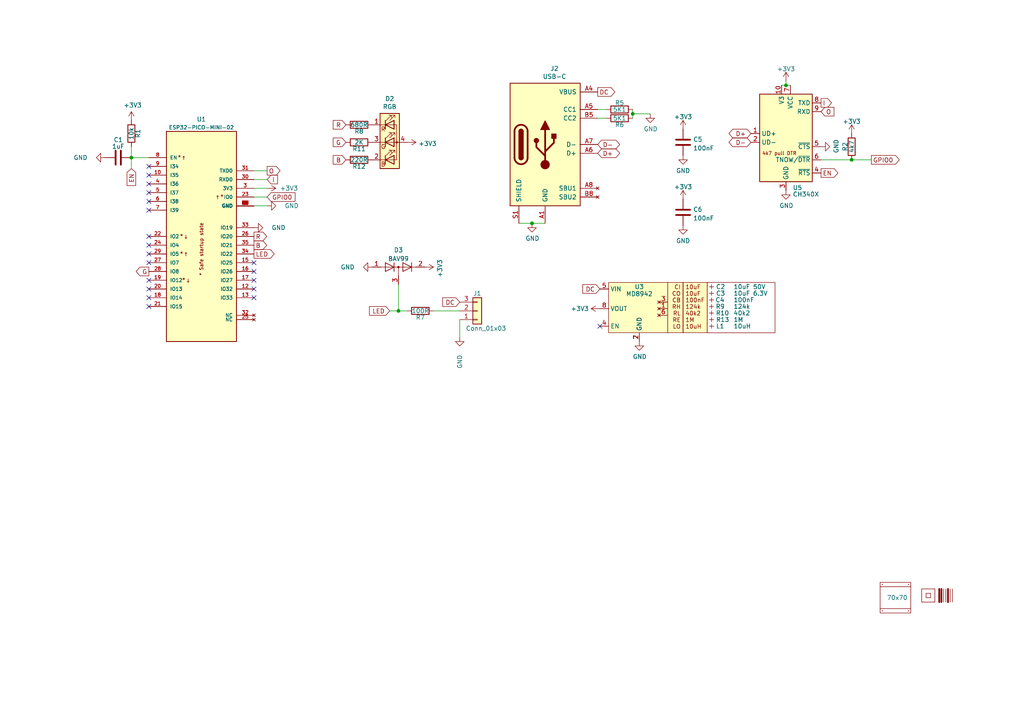
<source format=kicad_sch>
(kicad_sch (version 20230121) (generator eeschema)
  (paper "A4")
  (title_block (title "LED driver") (date "${CURRENT_DATE}") (rev "1") (comment 1 "@TheRealRevK") (comment 2 "www.me.uk"))
  (lib_symbols
    (symbol "Connector_Generic:Conn_01x03" (pin_names (offset 1.016) hide)
      (property "Reference" "J" (at 0 5.08 0))
      (property "Value" "Conn_01x03" (at 0 -5.08 0))
      (symbol "Conn_01x03_1_1"
        (rectangle (start -1.27 -2.413) (end 0 -2.667) (stroke (width 0.1524)))
        (rectangle (start -1.27 0.127) (end 0 -0.127) (stroke (width 0.1524)))
        (rectangle (start -1.27 2.667) (end 0 2.413) (stroke (width 0.1524)))
        (rectangle (start -1.27 3.81) (end 1.27 -3.81) (stroke (width 0.254)) (fill (type background)))
        (pin passive line (at -5.08 2.54 0) (length 3.81) (name "Pin_1") (number "1"))
        (pin passive line (at -5.08 0 0) (length 3.81) (name "Pin_2") (number "2"))
        (pin passive line (at -5.08 -2.54 0) (length 3.81) (name "Pin_3") (number "3"))
      )
    )
    (symbol "Device:C" (pin_numbers hide) (pin_names (offset 0.254))
      (property "Reference" "C" (at 0.635 2.54 0))
      (property "Value" "C" (at 0.635 -2.54 0))
      (symbol "C_0_1"
        (polyline (pts (xy -2.032 -0.762) (xy 2.032 -0.762)) (stroke (width 0.508)))
        (polyline (pts (xy -2.032 0.762) (xy 2.032 0.762)) (stroke (width 0.508)))
      )
      (symbol "C_1_1"
        (pin passive line (at 0 3.81 270) (length 2.794) (name "~") (number "1"))
        (pin passive line (at 0 -3.81 90) (length 2.794) (name "~") (number "2"))
      )
    )
    (symbol "Device:LED_RBGA" (pin_names (offset 0) hide)
      (property "Reference" "D" (at 0 9.398 0))
      (property "Value" "LED_RBGA" (at 0 -8.89 0))
      (symbol "LED_RBGA_0_0"
        (text "B" (at -1.905 -6.35 0) (effects (font (size 1.27 1.27))))
        (text "G" (at -1.905 -1.27 0) (effects (font (size 1.27 1.27))))
        (text "R" (at -1.905 3.81 0) (effects (font (size 1.27 1.27))))
      )
      (symbol "LED_RBGA_0_1"
        (polyline (pts (xy -1.27 -5.08) (xy -2.54 -5.08)))
        (polyline (pts (xy -1.27 -5.08) (xy 1.27 -5.08)))
        (polyline (pts (xy -1.27 -3.81) (xy -1.27 -6.35)) (stroke (width 0.254)))
        (polyline (pts (xy -1.27 0) (xy -2.54 0)))
        (polyline (pts (xy -1.27 1.27) (xy -1.27 -1.27)) (stroke (width 0.254)))
        (polyline (pts (xy -1.27 5.08) (xy -2.54 5.08)))
        (polyline (pts (xy -1.27 5.08) (xy 1.27 5.08)))
        (polyline (pts (xy -1.27 6.35) (xy -1.27 3.81)) (stroke (width 0.254)))
        (polyline (pts (xy 1.27 0) (xy -1.27 0)))
        (polyline (pts (xy 1.27 0) (xy 2.54 0)))
        (polyline (pts (xy -1.27 1.27) (xy -1.27 -1.27) (xy -1.27 -1.27)))
        (polyline (pts (xy -1.27 6.35) (xy -1.27 3.81) (xy -1.27 3.81)))
        (polyline (pts (xy 1.27 -5.08) (xy 2.032 -5.08) (xy 2.032 5.08) (xy 1.27 5.08)))
        (polyline (pts (xy 1.27 -3.81) (xy 1.27 -6.35) (xy -1.27 -5.08) (xy 1.27 -3.81)) (stroke (width 0.254)))
        (polyline (pts (xy 1.27 1.27) (xy 1.27 -1.27) (xy -1.27 0) (xy 1.27 1.27)) (stroke (width 0.254)))
        (polyline (pts (xy 1.27 6.35) (xy 1.27 3.81) (xy -1.27 5.08) (xy 1.27 6.35)) (stroke (width 0.254)))
        (polyline (pts (xy -1.016 -3.81) (xy 0.508 -2.286) (xy -0.254 -2.286) (xy 0.508 -2.286) (xy 0.508 -3.048)))
        (polyline (pts (xy -1.016 1.27) (xy 0.508 2.794) (xy -0.254 2.794) (xy 0.508 2.794) (xy 0.508 2.032)))
        (polyline (pts (xy -1.016 6.35) (xy 0.508 7.874) (xy -0.254 7.874) (xy 0.508 7.874) (xy 0.508 7.112)))
        (polyline (pts (xy 0 -3.81) (xy 1.524 -2.286) (xy 0.762 -2.286) (xy 1.524 -2.286) (xy 1.524 -3.048)))
        (polyline (pts (xy 0 1.27) (xy 1.524 2.794) (xy 0.762 2.794) (xy 1.524 2.794) (xy 1.524 2.032)))
        (polyline (pts (xy 0 6.35) (xy 1.524 7.874) (xy 0.762 7.874) (xy 1.524 7.874) (xy 1.524 7.112)))
        (rectangle (start 1.27 -1.27) (end 1.27 1.27))
        (rectangle (start 1.27 1.27) (end 1.27 1.27))
        (rectangle (start 1.27 3.81) (end 1.27 6.35))
        (rectangle (start 1.27 6.35) (end 1.27 6.35))
        (circle (center 2.032 0) (radius 0.254) (fill (type outline)))
        (rectangle (start 2.794 8.382) (end -2.794 -7.62) (stroke (width 0.254)) (fill (type background)))
      )
      (symbol "LED_RBGA_1_1"
        (pin passive line (at -5.08 5.08 0) (length 2.54) (name "RK") (number "1"))
        (pin passive line (at -5.08 -5.08 0) (length 2.54) (name "BK") (number "2"))
        (pin passive line (at -5.08 0 0) (length 2.54) (name "GK") (number "3"))
        (pin passive line (at 5.08 0 180) (length 2.54) (name "A") (number "4"))
      )
    )
    (symbol "Device:R" (pin_numbers hide) (pin_names (offset 0))
      (property "Reference" "R" (at 2.032 0 90))
      (property "Value" "R" (at 0 0 90))
      (symbol "R_0_1"
        (rectangle (start -1.016 -2.54) (end 1.016 2.54) (stroke (width 0.254)))
      )
      (symbol "R_1_1"
        (pin passive line (at 0 3.81 270) (length 1.27) (name "~") (number "1"))
        (pin passive line (at 0 -3.81 90) (length 1.27) (name "~") (number "2"))
      )
    )
    (symbol "Diode:BAV99" (pin_names hide)
      (property "Reference" "D" (at 0 5.08 0))
      (property "Value" "BAV99" (at 0 2.54 0))
      (symbol "BAV99_0_1"
        (polyline (pts (xy -5.08 0) (xy 5.08 0)))
      )
      (symbol "BAV99_1_1"
        (polyline (pts (xy 0 0) (xy 0 -2.54)))
        (polyline (pts (xy -1.27 -1.27) (xy -1.27 1.27) (xy -1.27 1.27)) (stroke (width 0.2032)))
        (polyline (pts (xy 3.81 1.27) (xy 3.81 -1.27) (xy 3.81 -1.27)) (stroke (width 0.2032)))
        (polyline (pts (xy -3.81 1.27) (xy -1.27 0) (xy -3.81 -1.27) (xy -3.81 1.27) (xy -3.81 1.27) (xy -3.81 1.27)) (stroke (width 0.2032)))
        (polyline (pts (xy 1.27 1.27) (xy 3.81 0) (xy 1.27 -1.27) (xy 1.27 1.27) (xy 1.27 1.27) (xy 1.27 1.27)) (stroke (width 0.2032)))
        (circle (center 0 0) (radius 0.254) (fill (type outline)))
        (pin passive line (at -7.62 0 0) (length 2.54) (name "K") (number "1"))
        (pin passive line (at 7.62 0 180) (length 2.54) (name "A") (number "2"))
        (pin passive line (at 0 -5.08 90) (length 2.54) (name "K") (number "3"))
      )
    )
    (symbol "RevK:Barcode" (pin_names (offset 1.016)) (in_bom no)
      (symbol "Barcode_0_1"
        (polyline (pts (xy -0.635 1.905) (xy -0.635 -1.905)))
        (polyline (pts (xy 0 1.905) (xy 0 -1.905)))
        (polyline (pts (xy 1.27 1.905) (xy 1.27 -1.905)))
        (polyline (pts (xy 1.905 1.905) (xy 1.905 -1.905)))
      )
      (symbol "Barcode_1_1"
        (polyline (pts (xy -1.905 1.905) (xy -1.905 -1.905)) (stroke (width 0.5)))
        (polyline (pts (xy -1.27 1.905) (xy -1.27 -1.905)) (stroke (width 0.5)))
        (polyline (pts (xy 0.635 1.905) (xy 0.635 -1.905)) (stroke (width 0.5)))
      )
    )
    (symbol "RevK:CH340X"
      (property "Reference" "U" (at -5.08 13.97 0))
      (property "Value" "CH340X" (at -3.81 4.445 0))
      (symbol "CH340X_0_1"
        (rectangle (start -7.62 12.7) (end 7.62 -12.7) (stroke (width 0.254)) (fill (type background)))
      )
      (symbol "CH340X_1_1"
        (text "4k7 pull DTR" (at -1.905 -4.445 0) (effects (font (size 1 1))))
        (pin bidirectional line (at -10.16 1.27 0) (length 2.54) (name "UD+") (number "1"))
        (pin passive line (at -1.27 15.24 270) (length 2.54) (name "V3") (number "10"))
        (pin bidirectional line (at -10.16 -1.27 0) (length 2.54) (name "UD-") (number "2"))
        (pin power_in line (at 0 -15.24 90) (length 2.54) (name "GND") (number "3"))
        (pin output line (at 10.16 -10.16 180) (length 2.54) (name "~{RTS}") (number "4"))
        (pin input line (at 10.16 -2.54 180) (length 2.54) (name "~{CTS}") (number "5"))
        (pin output line (at 10.16 -6.35 180) (length 2.54) (name "TNOW/~{DTR}") (number "6"))
        (pin power_in line (at 1.27 15.24 270) (length 2.54) (name "VCC") (number "7"))
        (pin output line (at 10.16 10.16 180) (length 2.54) (name "TXD") (number "8"))
        (pin input line (at 10.16 7.62 180) (length 2.54) (name "RXD") (number "9"))
      )
    )
    (symbol "RevK:ESP32-PICO-MINI-02" (pin_names (offset 1.016))
      (property "Reference" "U" (at -10.16 -33.02 0))
      (property "Value" "ESP32-PICO-MINI-02" (at 0 27.94 0))
      (property "LCSC Part #" "C2980306" (at 0 0 0))
      (symbol "ESP32-PICO-MINI-02_0_0"
        (rectangle (start -10.16 -30.48) (end 10.16 30.48) (stroke (width 0.254)) (fill (type background)))
        (text "* Safe startup state" (at 0 -11.43 900) (effects (font (size 1 1)) (justify left)))
        (text "*↑" (at -6.985 22.86 0) (effects (font (size 1.27 1.27)) (justify left)))
        (text "*↑" (at -6.35 -5.08 0) (effects (font (size 1.27 1.27)) (justify left)))
        (text "*↓" (at -6.35 0 0) (effects (font (size 1.27 1.27)) (justify left)))
        (text "*↓" (at -5.715 -12.7 0) (effects (font (size 1.27 1.27)) (justify left)))
        (text "↑*" (at 3.81 11.43 0) (effects (font (size 1.27 1.27)) (justify left)))
        (pin power_in line (at 15.24 8.89 180) (length 5.08) (name "GND") (number "1"))
        (pin input line (at -15.24 17.78 0) (length 5.08) (name "I35") (number "10"))
        (pin power_in line (at 15.24 8.89 180) (length 5.08) (name "GND") (number "11"))
        (pin bidirectional line (at 15.24 -15.24 180) (length 5.08) (name "IO32") (number "12"))
        (pin bidirectional line (at 15.24 -17.78 180) (length 5.08) (name "IO33") (number "13"))
        (pin power_in line (at 15.24 8.89 180) (length 5.08) (name "GND") (number "14"))
        (pin bidirectional line (at 15.24 -7.62 180) (length 5.08) (name "IO25") (number "15"))
        (pin bidirectional line (at 15.24 -10.16 180) (length 5.08) (name "IO26") (number "16"))
        (pin bidirectional line (at 15.24 -12.7 180) (length 5.08) (name "IO27") (number "17"))
        (pin bidirectional line (at -15.24 -17.78 0) (length 5.08) (name "IO14") (number "18"))
        (pin bidirectional line (at -15.24 -12.7 0) (length 5.08) (name "IO12") (number "19"))
        (pin power_in line (at 15.24 8.89 180) (length 5.08) (name "GND") (number "2"))
        (pin bidirectional line (at -15.24 -15.24 0) (length 5.08) (name "IO13") (number "20"))
        (pin bidirectional line (at -15.24 -20.32 0) (length 5.08) (name "IO15") (number "21"))
        (pin bidirectional line (at -15.24 0 0) (length 5.08) (name "IO2") (number "22"))
        (pin bidirectional line (at 15.24 11.43 180) (length 5.08) (name "IO0") (number "23"))
        (pin bidirectional line (at -15.24 -2.54 0) (length 5.08) (name "IO4") (number "24"))
        (pin no_connect line (at 15.24 -24.13 180) (length 5.08) (name "NC") (number "25"))
        (pin bidirectional line (at 15.24 0 180) (length 5.08) (name "IO20") (number "26"))
        (pin bidirectional line (at -15.24 -7.62 0) (length 5.08) (name "IO7") (number "27"))
        (pin bidirectional line (at -15.24 -10.16 0) (length 5.08) (name "IO8") (number "28"))
        (pin bidirectional line (at -15.24 -5.08 0) (length 5.08) (name "IO5") (number "29"))
        (pin power_in line (at 15.24 13.97 180) (length 5.08) (name "3V3") (number "3"))
        (pin bidirectional line (at 15.24 16.51 180) (length 5.08) (name "RXD0") (number "30"))
        (pin bidirectional line (at 15.24 19.05 180) (length 5.08) (name "TXD0") (number "31"))
        (pin no_connect line (at 15.24 -22.86 180) (length 5.08) (name "NC") (number "32"))
        (pin bidirectional line (at 15.24 2.54 180) (length 5.08) (name "IO19") (number "33"))
        (pin bidirectional line (at 15.24 -5.08 180) (length 5.08) (name "IO22") (number "34"))
        (pin bidirectional line (at 15.24 -2.54 180) (length 5.08) (name "IO21") (number "35"))
        (pin power_in line (at 15.24 8.89 180) (length 5.08) (name "GND") (number "36"))
        (pin power_in line (at 15.24 8.89 180) (length 5.08) (name "GND") (number "37"))
        (pin power_in line (at 15.24 8.89 180) (length 5.08) (name "GND") (number "38"))
        (pin power_in line (at 15.24 8.89 180) (length 5.08) (name "GND") (number "39"))
        (pin input line (at -15.24 15.24 0) (length 5.08) (name "I36") (number "4"))
        (pin power_in line (at 15.24 8.89 180) (length 5.08) (name "GND") (number "40"))
        (pin power_in line (at 15.24 8.89 180) (length 5.08) (name "GND") (number "41"))
        (pin power_in line (at 15.24 8.89 180) (length 5.08) (name "GND") (number "42"))
        (pin power_in line (at 15.24 8.89 180) (length 5.08) (name "GND") (number "43"))
        (pin power_in line (at 15.24 8.89 180) (length 5.08) (name "GND") (number "44"))
        (pin power_in line (at 15.24 8.89 180) (length 5.08) (name "GND") (number "45"))
        (pin power_in line (at 15.24 8.89 180) (length 5.08) (name "GND") (number "46"))
        (pin power_in line (at 15.24 8.89 180) (length 5.08) (name "GND") (number "47"))
        (pin power_in line (at 15.24 8.89 180) (length 5.08) (name "GND") (number "48"))
        (pin power_in line (at 15.24 8.89 180) (length 5.08) (name "GND") (number "49"))
        (pin input line (at -15.24 12.7 0) (length 5.08) (name "I37") (number "5"))
        (pin power_in line (at 15.24 8.89 180) (length 5.08) (name "GND") (number "50"))
        (pin power_in line (at 15.24 8.89 180) (length 5.08) (name "GND") (number "51"))
        (pin power_in line (at 15.24 8.89 180) (length 5.08) (name "GND") (number "52"))
        (pin power_in line (at 15.24 8.89 180) (length 5.08) (name "GND") (number "53"))
        (pin input line (at -15.24 10.16 0) (length 5.08) (name "I38") (number "6"))
        (pin input line (at -15.24 7.62 0) (length 5.08) (name "I39") (number "7"))
        (pin input line (at -15.24 22.86 0) (length 5.08) (name "EN") (number "8"))
        (pin input line (at -15.24 20.32 0) (length 5.08) (name "I34") (number "9"))
      )
    )
    (symbol "RevK:Hidden" (pin_names (offset 1.016))
      (property "Reference" "Z" (at 0.635 0 0))
      (property "Value" "Hidden" (at 4.445 0 0))
      (symbol "Hidden_0_1"
        (polyline (pts (xy -0.635 0) (xy 0.635 0)) (stroke (width 0.1524)))
        (polyline (pts (xy 0 0.635) (xy 0 -0.635)) (stroke (width 0.1524)))
      )
      (symbol "Hidden_1_1"
        (pin no_connect non_logic (at 0 -2.54 90) (length 2.54) hide (name "~") (number "~"))
      )
    )
    (symbol "RevK:MD89420-RegBlock"
      (property "Reference" "U" (at -0.635 4.445 0))
      (property "Value" "MD8942" (at 0 6.35 0))
      (symbol "MD89420-RegBlock_1_1"
        (rectangle (start -8.89 7.62) (end 8.255 -6.985) (fill (type background)))
        (rectangle (start 8.255 7.62) (end 12.7 -6.985) (fill (type background)))
        (rectangle (start 12.7 7.62) (end 19.685 -6.985) (fill (type background)))
        (rectangle (start 19.685 7.62) (end 39.37 -6.985))
        (text "10uF\n10uF\n100nF\n124k\n40k2\n1M\n10uH" (at 13.335 6.985 0) (effects (font (size 1.185 1.185)) (justify left top)))
        (text "CI\nCO\nCB\nRH\nRL\nRE\nLO" (at 12.065 6.985 0) (effects (font (size 1.185 1.185)) (justify right top)))
        (pin no_connect line (at 5.715 0 0) (length 2.54) (name "") (number "1"))
        (pin power_in line (at 0 -9.525 90) (length 2.54) (name "GND") (number "2"))
        (pin no_connect line (at 5.715 1.905 0) (length 2.54) (name "") (number "3"))
        (pin input line (at -11.43 -5.08 0) (length 2.54) (name "EN") (number "4"))
        (pin power_in line (at -11.43 5.715 0) (length 2.54) (name "VIN") (number "5"))
        (pin no_connect line (at 5.715 -1.905 0) (length 2.54) (name "") (number "6"))
        (pin power_in line (at 0 -9.525 90) (length 2.54) (name "GND") (number "7"))
        (pin power_out line (at -11.43 0 0) (length 2.54) (name "VOUT") (number "8"))
      )
    )
    (symbol "RevK:PCB" (in_bom no)
      (property "Value" "70x70" (at 0 0 0))
      (symbol "PCB_0_1"
        (rectangle (start -4.445 4.445) (end 4.445 -4.445))
        (circle (center -3.81 -3.81) (radius 0.0001))
        (circle (center -3.81 3.81) (radius 0.0001))
        (polyline (pts (xy -4.445 -3.175) (xy 4.445 -3.175)))
        (polyline (pts (xy -4.445 3.175) (xy 4.445 3.175)))
        (circle (center 3.81 -3.81) (radius 0.0001))
        (circle (center 3.81 3.81) (radius 0.0001))
      )
    )
    (symbol "RevK:QR" (pin_names (offset 1.016)) (in_bom no)
      (symbol "QR_0_1"
        (rectangle (start -1.905 -1.905) (end -1.905 1.905))
        (rectangle (start -1.905 1.905) (end 1.905 1.905))
        (rectangle (start -0.635 -0.635) (end -0.635 0.635))
        (rectangle (start -0.635 0.635) (end 0.635 0.635))
        (rectangle (start 0.635 -0.635) (end -0.635 -0.635))
        (rectangle (start 0.635 0.635) (end 0.635 -0.635))
        (rectangle (start 1.905 -1.905) (end -1.905 -1.905))
        (rectangle (start 1.905 1.905) (end 1.905 -1.905))
      )
    )
    (symbol "RevK:USB-C" (pin_names (offset 1.016))
      (property "Reference" "J" (at -10.16 19.05 0))
      (property "Value" "USB-C" (at -7.62 15.24 0))
      (symbol "USB-C_0_1"
        (rectangle (start -10.16 17.78) (end 10.16 -17.78) (stroke (width 0.254)) (fill (type background)))
        (arc (start -8.89 -3.81) (mid -6.985 -5.7067) (end -5.08 -3.81) (stroke (width 0.508)))
        (arc (start -7.62 -3.81) (mid -6.985 -4.4423) (end -6.35 -3.81) (stroke (width 0.254)))
        (arc (start -7.62 -3.81) (mid -6.985 -4.4423) (end -6.35 -3.81) (stroke (width 0.254)) (fill (type outline)))
        (rectangle (start -7.62 -3.81) (end -6.35 3.81) (stroke (width 0.254)) (fill (type outline)))
        (arc (start -6.35 3.81) (mid -6.985 4.4423) (end -7.62 3.81) (stroke (width 0.254)))
        (arc (start -6.35 3.81) (mid -6.985 4.4423) (end -7.62 3.81) (stroke (width 0.254)) (fill (type outline)))
        (arc (start -5.08 3.81) (mid -6.985 5.7067) (end -8.89 3.81) (stroke (width 0.508)))
        (circle (center -2.54 1.143) (radius 0.635) (stroke (width 0.254)) (fill (type outline)))
        (circle (center 0 -5.842) (radius 1.27) (fill (type outline)))
        (polyline (pts (xy -8.89 -3.81) (xy -8.89 3.81)) (stroke (width 0.508)))
        (polyline (pts (xy -5.08 3.81) (xy -5.08 -3.81)) (stroke (width 0.508)))
        (polyline (pts (xy 0 -5.842) (xy 0 4.318)) (stroke (width 0.508)))
        (polyline (pts (xy 0 -3.302) (xy -2.54 -0.762) (xy -2.54 0.508)) (stroke (width 0.508)))
        (polyline (pts (xy 0 -2.032) (xy 2.54 0.508) (xy 2.54 1.778)) (stroke (width 0.508)))
        (polyline (pts (xy -1.27 4.318) (xy 0 6.858) (xy 1.27 4.318) (xy -1.27 4.318)) (stroke (width 0.254)) (fill (type outline)))
        (rectangle (start 1.905 1.778) (end 3.175 3.048) (stroke (width 0.254)) (fill (type outline)))
      )
      (symbol "USB-C_1_1"
        (pin power_out line (at 0 -22.86 90) (length 5.08) (name "GND") (number "A1"))
        (pin passive line (at 0 -22.86 90) (length 5.08) hide (name "GND") (number "A12"))
        (pin power_out line (at 15.24 15.24 180) (length 5.08) (name "VBUS") (number "A4"))
        (pin bidirectional line (at 15.24 10.16 180) (length 5.08) (name "CC1") (number "A5"))
        (pin bidirectional line (at 15.24 -2.54 180) (length 5.08) (name "D+") (number "A6"))
        (pin bidirectional line (at 15.24 0 180) (length 5.08) (name "D-") (number "A7"))
        (pin no_connect line (at 15.24 -12.7 180) (length 5.08) (name "SBU1") (number "A8"))
        (pin passive line (at 15.24 15.24 180) (length 5.08) hide (name "VBUS") (number "A9"))
        (pin passive line (at 0 -22.86 90) (length 5.08) hide (name "GND") (number "B1"))
        (pin passive line (at 0 -22.86 90) (length 5.08) hide (name "GND") (number "B12"))
        (pin passive line (at 15.24 15.24 180) (length 5.08) hide (name "VBUS") (number "B4"))
        (pin bidirectional line (at 15.24 7.62 180) (length 5.08) (name "CC2") (number "B5"))
        (pin bidirectional line (at 15.24 -2.54 180) (length 5.08) hide (name "D+") (number "B6"))
        (pin bidirectional line (at 15.24 0 180) (length 5.08) hide (name "D-") (number "B7"))
        (pin no_connect line (at 15.24 -15.24 180) (length 5.08) (name "SBU2") (number "B8"))
        (pin passive line (at 15.24 15.24 180) (length 5.08) hide (name "VBUS") (number "B9"))
        (pin passive line (at -7.62 -22.86 90) (length 5.08) (name "SHIELD") (number "S1"))
      )
    )
    (symbol "power:+3.3V" (power) (pin_names (offset 0))
      (property "Value" "+3.3V" (at 0 3.556 0))
      (symbol "+3.3V_0_1"
        (polyline (pts (xy -0.762 1.27) (xy 0 2.54)))
        (polyline (pts (xy 0 0) (xy 0 2.54)))
        (polyline (pts (xy 0 2.54) (xy 0.762 1.27)))
      )
      (symbol "+3.3V_1_1"
        (pin power_in line (at 0 0 90) (length 0) hide (name "+3V3") (number "1"))
      )
    )
    (symbol "power:GND" (power) (pin_names (offset 0))
      (property "Value" "GND" (at 0 -3.81 0))
      (symbol "GND_0_1"
        (polyline (pts (xy 0 0) (xy 0 -1.27) (xy 1.27 -1.27) (xy 0 -2.54) (xy -1.27 -1.27) (xy 0 -1.27)))
      )
      (symbol "GND_1_1"
        (pin power_in line (at 0 0 270) (length 0) hide (name "GND") (number "1"))
      )
    )
  )
  (junction (at 227.965 24.765))
  (junction (at 247.015 46.355))
  (junction (at 115.57 90.17))
  (junction (at 154.305 64.77))
  (junction (at 38.1 45.72))
  (junction (at 183.515 33.02))
  (no_connect (at 173.99 94.615))
  (no_connect (at 43.18 71.12))
  (no_connect (at 43.18 76.2))
  (no_connect (at 73.66 76.2))
  (no_connect (at 43.18 86.36))
  (no_connect (at 43.18 81.28))
  (no_connect (at 43.18 73.66))
  (no_connect (at 43.18 53.34))
  (no_connect (at 43.18 50.8))
  (no_connect (at 43.18 48.26))
  (no_connect (at 73.66 78.74))
  (no_connect (at 73.66 81.28))
  (no_connect (at 43.18 60.96))
  (no_connect (at 43.18 68.58))
  (no_connect (at 73.66 86.36))
  (no_connect (at 43.18 88.9))
  (no_connect (at 43.18 55.88))
  (no_connect (at 43.18 58.42))
  (no_connect (at 43.18 83.82))
  (no_connect (at 73.66 83.82))
  (wire (pts (xy 183.515 33.02) (xy 183.515 34.29)))
  (wire (pts (xy 73.66 52.07) (xy 77.47 52.07)))
  (wire (pts (xy 73.66 54.61) (xy 77.47 54.61)))
  (wire (pts (xy 115.57 90.17) (xy 118.11 90.17)))
  (wire (pts (xy 133.35 92.71) (xy 133.35 97.79)))
  (wire (pts (xy 125.73 90.17) (xy 133.35 90.17)))
  (wire (pts (xy 227.965 23.495) (xy 227.965 24.765)))
  (wire (pts (xy 113.03 90.17) (xy 115.57 90.17)))
  (wire (pts (xy 150.495 64.77) (xy 154.305 64.77)))
  (wire (pts (xy 38.1 42.545) (xy 38.1 45.72)))
  (wire (pts (xy 188.595 33.02) (xy 183.515 33.02)))
  (wire (pts (xy 73.66 49.53) (xy 77.47 49.53)))
  (wire (pts (xy 38.1 45.72) (xy 43.18 45.72)))
  (wire (pts (xy 73.66 57.15) (xy 77.47 57.15)))
  (wire (pts (xy 115.57 82.55) (xy 115.57 90.17)))
  (wire (pts (xy 73.66 59.69) (xy 77.47 59.69)))
  (wire (pts (xy 226.695 24.765) (xy 227.965 24.765)))
  (wire (pts (xy 183.515 31.75) (xy 183.515 33.02)))
  (wire (pts (xy 238.125 46.355) (xy 247.015 46.355)))
  (wire (pts (xy 173.355 31.75) (xy 175.895 31.75)))
  (wire (pts (xy 158.115 64.77) (xy 154.305 64.77)))
  (wire (pts (xy 38.1 48.895) (xy 38.1 45.72)))
  (wire (pts (xy 173.355 34.29) (xy 175.895 34.29)))
  (wire (pts (xy 227.965 24.765) (xy 229.235 24.765)))
  (wire (pts (xy 247.015 46.355) (xy 252.73 46.355)))
  (global_label "D-" (shape bidirectional) (at 217.805 41.275 180) (property "Intersheetrefs" "${INTERSHEET_REFS}" (effects hide)))
  (global_label "DC" (shape input) (at 173.99 83.82 180) (property "Intersheetrefs" "${INTERSHEET_REFS}" (effects hide)))
  (global_label "R" (shape input) (at 100.33 36.195 180) (property "Intersheetrefs" "${INTERSHEET_REFS}" (effects hide)))
  (global_label "D+" (shape bidirectional) (at 217.805 38.735 180) (property "Intersheetrefs" "${INTERSHEET_REFS}" (effects hide)))
  (global_label "B" (shape input) (at 100.33 46.355 180) (property "Intersheetrefs" "${INTERSHEET_REFS}" (effects hide)))
  (global_label "D-" (shape bidirectional) (at 173.355 41.91 0) (property "Intersheetrefs" "${INTERSHEET_REFS}" (effects hide)))
  (global_label "DC" (shape input) (at 133.35 87.63 180) (property "Intersheetrefs" "${INTERSHEET_REFS}" (effects hide)))
  (global_label "O" (shape output) (at 77.47 49.53 0) (property "Intersheetrefs" "${INTERSHEET_REFS}" (effects hide)))
  (global_label "DC" (shape output) (at 173.355 26.67 0) (property "Intersheetrefs" "${INTERSHEET_REFS}" (effects hide)))
  (global_label "G" (shape output) (at 43.18 78.74 180) (property "Intersheetrefs" "${INTERSHEET_REFS}" (effects hide)))
  (global_label "LED" (shape input) (at 113.03 90.17 180) (property "Intersheetrefs" "${INTERSHEET_REFS}" (effects hide)))
  (global_label "O" (shape input) (at 238.125 32.385 0) (property "Intersheetrefs" "${INTERSHEET_REFS}" (effects hide)))
  (global_label "G" (shape input) (at 100.33 41.275 180) (property "Intersheetrefs" "${INTERSHEET_REFS}" (effects hide)))
  (global_label "I" (shape input) (at 77.47 52.07 0) (property "Intersheetrefs" "${INTERSHEET_REFS}" (effects hide)))
  (global_label "D+" (shape bidirectional) (at 173.355 44.45 0) (property "Intersheetrefs" "${INTERSHEET_REFS}" (effects hide)))
  (global_label "GPIO0" (shape output) (at 252.73 46.355 0) (property "Intersheetrefs" "${INTERSHEET_REFS}" (effects hide)))
  (global_label "R" (shape output) (at 73.66 68.58 0) (property "Intersheetrefs" "${INTERSHEET_REFS}" (effects hide)))
  (global_label "LED" (shape output) (at 73.66 73.66 0) (property "Intersheetrefs" "${INTERSHEET_REFS}" (effects hide)))
  (global_label "I" (shape output) (at 238.125 29.845 0) (property "Intersheetrefs" "${INTERSHEET_REFS}" (effects hide)))
  (global_label "EN" (shape input) (at 38.1 48.895 270) (property "Intersheetrefs" "${INTERSHEET_REFS}" (effects hide)))
  (global_label "B" (shape output) (at 73.66 71.12 0) (property "Intersheetrefs" "${INTERSHEET_REFS}" (effects hide)))
  (global_label "EN" (shape output) (at 238.125 50.165 0) (property "Intersheetrefs" "${INTERSHEET_REFS}" (effects hide)))
  (global_label "GPIO0" (shape input) (at 77.47 57.15 0) (property "Intersheetrefs" "${INTERSHEET_REFS}" (effects hide)))
  (symbol (lib_id "Device:R") (at 179.705 31.75 90) (unit 1)
    (property "Reference" "R5" (at 179.705 29.845 90))
    (property "Value" "5K1" (at 179.705 31.75 90))
    (property "Footprint" "RevK:R_0402" (effects hide))
  )
  (symbol (lib_id "power:+3.3V") (at 77.47 54.61 270) (unit 1)
    (property "Reference" "#PWR04" (effects hide))
    (property "Value" "+3.3V" (at 83.82 54.61 90))
  )
  (symbol (lib_id "power:GND") (at 188.595 33.02 0) (unit 1)
    (property "Reference" "#PWR011" (effects hide))
    (property "Value" "GND" (at 188.722 37.4142 0))
  )
  (symbol (lib_id "power:GND") (at 154.305 64.77 0) (unit 1)
    (property "Reference" "#PWR012" (effects hide))
    (property "Value" "GND" (at 154.432 69.1642 0))
  )
  (symbol (lib_id "Device:R") (at 179.705 34.29 270) (unit 1)
    (property "Reference" "R6" (at 179.705 36.195 90))
    (property "Value" "5K1" (at 179.705 34.29 90))
    (property "Footprint" "RevK:R_0402" (effects hide))
  )
  (symbol (lib_id "power:GND") (at 77.47 59.69 90) (unit 1)
    (property "Reference" "#PWR05" (effects hide))
    (property "Value" "GND" (at 82.55 59.69 90) (effects (justify right)))
  )
  (symbol (lib_id "RevK:USB-C") (at 158.115 41.91 0) (unit 1)
    (property "Reference" "J2" (at 160.8328 19.8882 0))
    (property "Value" "USB-C" (at 160.8328 22.1996 0))
    (property "Footprint" "RevK:USC16-TR" (effects hide))
    (property "Datasheet" "https://www.usb.org/sites/default/files/documents/usb_type-c.zip" (effects hide))
    (property "LCSC Part #" "C709357" (effects hide))
  )
  (symbol (lib_id "Device:R") (at 104.14 46.355 270) (unit 1)
    (property "Reference" "R12" (at 104.14 48.26 90))
    (property "Value" "220R" (at 104.14 46.355 90))
    (property "Footprint" "RevK:R_0402" (effects hide))
  )
  (symbol (lib_id "Device:C") (at 198.12 41.275 0) (unit 1)
    (property "Reference" "C5" (at 201.041 40.4403 0) (effects (justify left)))
    (property "Value" "100nF" (at 201.041 42.9772 0) (effects (justify left)))
    (property "Footprint" "RevK:C_0402" (effects hide))
  )
  (symbol (lib_id "power:GND") (at 185.42 99.06 0) (unit 1)
    (property "Reference" "#PWR06" (effects hide))
    (property "Value" "GND" (at 185.547 103.4542 0))
  )
  (symbol (lib_id "Device:LED_RBGA") (at 113.03 41.275 0) (unit 1)
    (property "Reference" "D2" (at 113.03 28.6512 0))
    (property "Value" "RGB" (at 113.03 30.9626 0))
    (property "Footprint" "RevK:LED-RGB-1.6x1.6" (effects hide))
    (property "Manufacturer" "Kingbright" (effects hide))
    (property "Part No" "APTF1616LSEEZGKQBKC" (effects hide))
    (property "LCSC Part #" "C264508" (effects hide))
  )
  (symbol (lib_id "RevK:CH340X") (at 227.965 40.005 0) (unit 1)
    (property "Reference" "U5" (at 229.9209 54.4275 0) (effects (justify left)))
    (property "Value" "CH340X" (at 229.9209 56.3485 0) (effects (justify left)))
    (property "Footprint" "RevK:CH340X" (effects hide))
    (property "Datasheet" "https://www.mpja.com/download/35227cpdata.pdf" (effects hide))
    (property "LCSC Part #" "C3035748" (effects hide))
    (property "JLCPCB Rotation Offset" "-90" (effects hide))
  )
  (symbol (lib_id "Device:R") (at 104.14 41.275 270) (unit 1)
    (property "Reference" "R11" (at 104.14 43.18 90))
    (property "Value" "2K" (at 104.14 41.275 90))
    (property "Footprint" "RevK:R_0402" (effects hide))
  )
  (symbol (lib_id "Device:R") (at 38.1 38.735 0) (unit 1)
    (property "Reference" "R1" (at 40.005 38.735 90))
    (property "Value" "10k" (at 38.1 38.735 90))
    (property "Footprint" "RevK:R_0402" (effects hide))
  )
  (symbol (lib_id "Diode:BAV99") (at 115.57 77.47 0) (unit 1)
    (property "Reference" "D3" (at 115.57 72.5256 0))
    (property "Value" "BAV99" (at 115.57 75.0625 0))
    (property "Footprint" "RevK:SOT-23" (effects hide))
    (property "Datasheet" "https://assets.nexperia.com/documents/data-sheet/BAV99_SER.pdf" (effects hide))
    (property "JLCPCB Rotation Offset" "180" (effects hide))
  )
  (symbol (lib_id "RevK:QR") (at 269.24 172.72 0) (unit 1) (in_bom no)
    (property "Reference" "U2" (effects hide))
    (property "Value" "QR" (effects hide))
    (property "Footprint" "RevK:QR-LED" (effects hide))
    (property "Note" "Non part, PCB printed" (effects hide))
  )
  (symbol (lib_id "power:GND") (at 30.48 45.72 270) (unit 1)
    (property "Reference" "#PWR0111" (effects hide))
    (property "Value" "GND" (at 25.4 45.72 90) (effects (justify right)))
  )
  (symbol (lib_id "Device:R") (at 121.92 90.17 270) (unit 1)
    (property "Reference" "R7" (at 121.92 92.075 90))
    (property "Value" "100R" (at 121.92 90.17 90))
    (property "Footprint" "RevK:R_0402" (effects hide))
    (property "Part No" "0603-100R" (effects hide))
  )
  (symbol (lib_id "RevK:Hidden") (at 206.375 90.805 270) (unit 1)
    (property "Reference" "R10" (at 209.55 90.805 90))
    (property "Value" "40k2" (at 212.725 90.805 90) (effects (justify left)))
    (property "Footprint" "RevK:R_0402_" (effects hide))
  )
  (symbol (lib_id "RevK:Hidden") (at 206.375 85.09 0) (unit 1)
    (property "Reference" "C3" (at 207.645 85.09 0) (effects (justify left)))
    (property "Value" "10uF 6.3V" (at 212.725 85.09 0) (effects (justify left)))
    (property "Footprint" "RevK:C_0603_" (effects hide))
    (property "LCSC Part #" "C1691" (effects hide))
  )
  (symbol (lib_id "power:GND") (at 198.12 65.405 0) (unit 1)
    (property "Reference" "#PWR016" (effects hide))
    (property "Value" "GND" (at 198.12 69.8484 0))
  )
  (symbol (lib_id "Device:R") (at 104.14 36.195 270) (unit 1)
    (property "Reference" "R8" (at 104.14 38.1 90))
    (property "Value" "680R" (at 104.14 36.195 90))
    (property "Footprint" "RevK:R_0402" (effects hide))
  )
  (symbol (lib_id "power:GND") (at 133.35 97.79 0) (unit 1)
    (property "Reference" "#PWR0109" (effects hide))
    (property "Value" "GND" (at 133.35 102.87 90) (effects (justify right)))
  )
  (symbol (lib_id "RevK:ESP32-PICO-MINI-02") (at 58.42 68.58 0) (unit 1)
    (property "Reference" "U1" (at 58.42 34.5898 0))
    (property "Value" "ESP32-PICO-MINI-02" (at 58.42 36.9739 0) (effects (font (size 1.1 1.1))))
    (property "Footprint" "RevK:ESP32-PICO-MINI-02" (effects hide))
    (property "MANUFACTURER" "Espressif" (effects hide))
    (property "MAXIMUM_PACKAGE_HEIGHT" "2.55mm" (effects hide))
    (property "PARTREV" "v1.0" (effects hide))
    (property "STANDARD" "Manufacturer Recommendations" (effects hide))
    (property "LCSC Part #" "C2980306" (effects hide))
  )
  (symbol (lib_id "power:GND") (at 107.95 77.47 270) (unit 1)
    (property "Reference" "#PWR0110" (effects hide))
    (property "Value" "GND" (at 102.87 77.47 90) (effects (justify right)))
  )
  (symbol (lib_id "power:+3.3V") (at 247.015 38.735 0) (unit 1)
    (property "Reference" "#PWR014" (effects hide))
    (property "Value" "+3.3V" (at 247.015 35.2331 0))
  )
  (symbol (lib_id "power:+3.3V") (at 38.1 34.925 0) (unit 1)
    (property "Reference" "#PWR01" (effects hide))
    (property "Value" "+3.3V" (at 38.481 30.5308 0))
  )
  (symbol (lib_id "RevK:Barcode") (at 274.32 172.72 0) (unit 1) (in_bom no)
    (property "Reference" "U4" (effects hide))
    (property "Value" "Barcode" (effects hide))
    (property "Footprint" "RevK:EAN-5060634238090" (effects hide))
    (property "Note" "Non part, PCB printed" (effects hide))
  )
  (symbol (lib_id "Device:C") (at 34.29 45.72 90) (unit 1)
    (property "Reference" "C1" (at 34.29 40.5511 90))
    (property "Value" "1uF" (at 34.29 42.4721 90))
    (property "Footprint" "RevK:C_0402" (effects hide))
  )
  (symbol (lib_id "power:+3.3V") (at 198.12 57.785 0) (unit 1)
    (property "Reference" "#PWR015" (effects hide))
    (property "Value" "+3.3V" (at 198.12 54.2092 0))
  )
  (symbol (lib_id "power:+3.3V") (at 227.965 23.495 0) (unit 1)
    (property "Reference" "#PWR08" (effects hide))
    (property "Value" "+3.3V" (at 227.965 19.9931 0))
  )
  (symbol (lib_id "Device:R") (at 247.015 42.545 180) (unit 1)
    (property "Reference" "R2" (at 245.11 42.545 90))
    (property "Value" "4k7" (at 247.015 42.545 90))
    (property "Footprint" "RevK:R_0402" (effects hide))
  )
  (symbol (lib_id "power:GND") (at 238.125 42.545 90) (unit 1)
    (property "Reference" "#PWR013" (effects hide))
    (property "Value" "GND" (at 242.5192 42.418 0))
  )
  (symbol (lib_id "Connector_Generic:Conn_01x03") (at 138.43 90.17 0) (mirror x) (unit 1)
    (property "Reference" "J1" (at 138.43 85.09 0))
    (property "Value" "Conn_01x03" (at 140.97 95.25 0))
    (property "Footprint" "RevK:PTSM-HH-3-RA" (effects hide))
  )
  (symbol (lib_id "RevK:MD89420-RegBlock") (at 185.42 89.535 0) (unit 1)
    (property "Reference" "U3" (at 185.42 83.185 0))
    (property "Value" "MD8942" (at 185.42 85.233 0))
    (property "Footprint" "RevK:SOT-23-6-MD8942" (effects hide))
    (property "Datasheet" "https://datasheet.lcsc.com/lcsc/2101111937_Shanghai-Mingda-Microelectronics-MD8942_C2684786.pdf" (effects hide))
    (property "LCSC Part #" "C2684786" (effects hide))
  )
  (symbol (lib_id "power:+3.3V") (at 118.11 41.275 270) (unit 1)
    (property "Reference" "#PWR010" (effects hide))
    (property "Value" "+3.3V" (at 121.3612 41.656 90) (effects (justify left)))
  )
  (symbol (lib_id "Device:C") (at 198.12 61.595 0) (unit 1)
    (property "Reference" "C6" (at 201.041 60.7603 0) (effects (justify left)))
    (property "Value" "100nF" (at 201.041 63.2972 0) (effects (justify left)))
    (property "Footprint" "RevK:C_0402" (effects hide))
  )
  (symbol (lib_id "RevK:Hidden") (at 206.375 94.615 90) (unit 1)
    (property "Reference" "L1" (at 207.645 94.615 90) (effects (justify right)))
    (property "Value" "10uH" (at 212.725 94.615 90) (effects (justify right)))
    (property "Footprint" "RevK:L_4x4_" (effects hide))
  )
  (symbol (lib_id "power:GND") (at 198.12 45.085 0) (unit 1)
    (property "Reference" "#PWR07" (effects hide))
    (property "Value" "GND" (at 198.12 49.5284 0))
  )
  (symbol (lib_id "RevK:Hidden") (at 206.375 88.9 0) (unit 1)
    (property "Reference" "R9" (at 208.915 88.9 0))
    (property "Value" "124k" (at 212.725 88.9 0) (effects (justify left)))
    (property "Footprint" "RevK:R_0402_" (effects hide))
  )
  (symbol (lib_id "power:+3.3V") (at 123.19 77.47 270) (unit 1)
    (property "Reference" "#PWR0106" (effects hide))
    (property "Value" "+3.3V" (at 127.5842 77.851 0))
  )
  (symbol (lib_id "power:GND") (at 227.965 55.245 0) (unit 1)
    (property "Reference" "#PWR09" (effects hide))
    (property "Value" "GND" (at 228.092 59.6392 0))
  )
  (symbol (lib_id "power:+3.3V") (at 198.12 37.465 0) (unit 1)
    (property "Reference" "#PWR03" (effects hide))
    (property "Value" "+3.3V" (at 198.12 33.8892 0))
  )
  (symbol (lib_id "RevK:Hidden") (at 206.375 92.71 0) (unit 1)
    (property "Reference" "R13" (at 207.645 92.71 0) (effects (justify left)))
    (property "Value" "1M" (at 212.725 92.71 0) (effects (justify left)))
    (property "Footprint" "RevK:R_0402_" (effects hide))
  )
  (symbol (lib_id "RevK:PCB") (at 259.715 173.355 0) (unit 1) (in_bom no)
    (property "Reference" "PCB1" (effects hide))
    (property "Value" "70x70" (at 257.175 173.355 0) (effects (justify left)))
    (property "Footprint" "RevK:PCB7070" (effects hide))
  )
  (symbol (lib_id "RevK:Hidden") (at 206.375 83.185 0) (unit 1)
    (property "Reference" "C2" (at 207.645 83.185 0) (effects (justify left)))
    (property "Value" "10uF 50V" (at 212.725 83.185 0) (effects (justify left)))
    (property "Footprint" "RevK:C_0603_" (effects hide))
    (property "LCSC Part #" "C1591" (effects hide))
  )
  (symbol (lib_id "power:+3.3V") (at 173.99 89.535 90) (unit 1)
    (property "Reference" "#PWR02" (effects hide))
    (property "Value" "+3.3V" (at 170.815 89.535 90) (effects (justify left)))
  )
  (symbol (lib_id "RevK:Hidden") (at 206.375 86.995 90) (unit 1)
    (property "Reference" "C4" (at 210.185 86.995 90) (effects (justify left)))
    (property "Value" "100nF" (at 212.725 86.995 90) (effects (justify right)))
    (property "Footprint" "RevK:C_0603_" (effects hide))
  )
  (symbol (lib_id "power:GND") (at 73.66 66.04 90) (unit 1)
    (property "Reference" "#PWR0108" (effects hide))
    (property "Value" "GND" (at 78.74 66.04 90) (effects (justify right)))
  )
)
</source>
